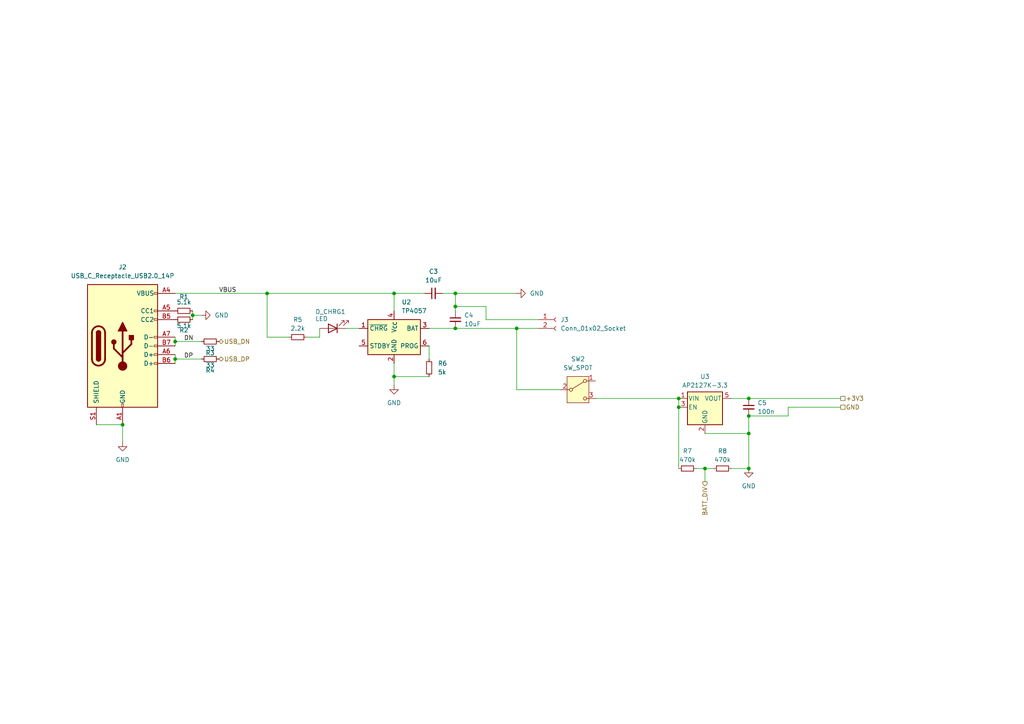
<source format=kicad_sch>
(kicad_sch (version 20231120) (generator "eeschema") (generator_version "8.0")
  (paper "A4")
  (lib_symbols
    (symbol "Battery_Management:TP4057"
      (property "Reference" "U" (at -6.35 6.604 0))
      (property "Value" "TP4057" (at 1.524 6.604 0))
      (symbol "TP4057_0_1"
        (rectangle (start -7.62 5.08) (end 7.62 -5.08) (stroke (width 0.254)) (fill (type background)))
      )
      (symbol "TP4057_1_1"
        (pin open_collector line (at -10.16 2.54 0) (length 2.54) (name "~{CHRG}") (number "1"))
        (pin power_in line (at 0 -7.62 90) (length 2.54) (name "GND") (number "2"))
        (pin power_out line (at 10.16 2.54 180) (length 2.54) (name "BAT") (number "3"))
        (pin power_in line (at 0 7.62 270) (length 2.54) (name "V_{CC}") (number "4"))
        (pin open_collector line (at -10.16 -2.54 0) (length 2.54) (name "STDBY") (number "5"))
        (pin passive line (at 10.16 -2.54 180) (length 2.54) (name "PROG") (number "6"))
      )
    )
    (symbol "Connector:Conn_01x02_Socket" (pin_names (offset 1.016) hide)
      (property "Reference" "J" (at 0 2.54 0))
      (property "Value" "Conn_01x02_Socket" (at 0 -5.08 0))
      (symbol "Conn_01x02_Socket_1_1"
        (arc (start 0 -2.032) (mid -0.5058 -2.54) (end 0 -3.048) (stroke (width 0.1524)))
        (polyline (pts (xy -1.27 -2.54) (xy -0.508 -2.54)) (stroke (width 0.1524)))
        (polyline (pts (xy -1.27 0) (xy -0.508 0)) (stroke (width 0.1524)))
        (arc (start 0 0.508) (mid -0.5058 0) (end 0 -0.508) (stroke (width 0.1524)))
        (pin passive line (at -5.08 0 0) (length 3.81) (name "Pin_1") (number "1"))
        (pin passive line (at -5.08 -2.54 0) (length 3.81) (name "Pin_2") (number "2"))
      )
    )
    (symbol "Connector:USB_C_Receptacle_USB2.0_14P" (pin_names (offset 1.016))
      (property "Reference" "J" (at 0 22.225 0))
      (property "Value" "USB_C_Receptacle_USB2.0_14P" (at 0 19.685 0))
      (symbol "USB_C_Receptacle_USB2.0_14P_0_0"
        (rectangle (start -0.254 -17.78) (end 0.254 -16.764))
        (rectangle (start 10.16 -4.826) (end 9.144 -5.334))
        (rectangle (start 10.16 -2.286) (end 9.144 -2.794))
        (rectangle (start 10.16 0.254) (end 9.144 -0.254))
        (rectangle (start 10.16 2.794) (end 9.144 2.286))
        (rectangle (start 10.16 7.874) (end 9.144 7.366))
        (rectangle (start 10.16 10.414) (end 9.144 9.906))
        (rectangle (start 10.16 15.494) (end 9.144 14.986))
      )
      (symbol "USB_C_Receptacle_USB2.0_14P_0_1"
        (rectangle (start -10.16 17.78) (end 10.16 -17.78) (stroke (width 0.254)) (fill (type background)))
        (arc (start -8.89 -3.81) (mid -6.985 -5.7067) (end -5.08 -3.81) (stroke (width 0.508)))
        (arc (start -7.62 -3.81) (mid -6.985 -4.4423) (end -6.35 -3.81) (stroke (width 0.254)))
        (arc (start -7.62 -3.81) (mid -6.985 -4.4423) (end -6.35 -3.81) (stroke (width 0.254)) (fill (type outline)))
        (rectangle (start -7.62 -3.81) (end -6.35 3.81) (stroke (width 0.254)) (fill (type outline)))
        (arc (start -6.35 3.81) (mid -6.985 4.4423) (end -7.62 3.81) (stroke (width 0.254)))
        (arc (start -6.35 3.81) (mid -6.985 4.4423) (end -7.62 3.81) (stroke (width 0.254)) (fill (type outline)))
        (arc (start -5.08 3.81) (mid -6.985 5.7067) (end -8.89 3.81) (stroke (width 0.508)))
        (circle (center -2.54 1.143) (radius 0.635) (stroke (width 0.254)) (fill (type outline)))
        (circle (center 0 -5.842) (radius 1.27) (fill (type outline)))
        (polyline (pts (xy -8.89 -3.81) (xy -8.89 3.81)) (stroke (width 0.508)))
        (polyline (pts (xy -5.08 3.81) (xy -5.08 -3.81)) (stroke (width 0.508)))
        (polyline (pts (xy 0 -5.842) (xy 0 4.318)) (stroke (width 0.508)))
        (polyline (pts (xy 0 -3.302) (xy -2.54 -0.762) (xy -2.54 0.508)) (stroke (width 0.508)))
        (polyline (pts (xy 0 -2.032) (xy 2.54 0.508) (xy 2.54 1.778)) (stroke (width 0.508)))
        (polyline (pts (xy -1.27 4.318) (xy 0 6.858) (xy 1.27 4.318) (xy -1.27 4.318)) (stroke (width 0.254)) (fill (type outline)))
        (rectangle (start 1.905 1.778) (end 3.175 3.048) (stroke (width 0.254)) (fill (type outline)))
      )
      (symbol "USB_C_Receptacle_USB2.0_14P_1_1"
        (pin passive line (at 0 -22.86 90) (length 5.08) (name "GND") (number "A1"))
        (pin passive line (at 0 -22.86 90) (length 5.08) hide (name "GND") (number "A12"))
        (pin passive line (at 15.24 15.24 180) (length 5.08) (name "VBUS") (number "A4"))
        (pin bidirectional line (at 15.24 10.16 180) (length 5.08) (name "CC1") (number "A5"))
        (pin bidirectional line (at 15.24 -2.54 180) (length 5.08) (name "D+") (number "A6"))
        (pin bidirectional line (at 15.24 2.54 180) (length 5.08) (name "D-") (number "A7"))
        (pin passive line (at 15.24 15.24 180) (length 5.08) hide (name "VBUS") (number "A9"))
        (pin passive line (at 0 -22.86 90) (length 5.08) hide (name "GND") (number "B1"))
        (pin passive line (at 0 -22.86 90) (length 5.08) hide (name "GND") (number "B12"))
        (pin passive line (at 15.24 15.24 180) (length 5.08) hide (name "VBUS") (number "B4"))
        (pin bidirectional line (at 15.24 7.62 180) (length 5.08) (name "CC2") (number "B5"))
        (pin bidirectional line (at 15.24 -5.08 180) (length 5.08) (name "D+") (number "B6"))
        (pin bidirectional line (at 15.24 0 180) (length 5.08) (name "D-") (number "B7"))
        (pin passive line (at 15.24 15.24 180) (length 5.08) hide (name "VBUS") (number "B9"))
        (pin passive line (at -7.62 -22.86 90) (length 5.08) (name "SHIELD") (number "S1"))
      )
    )
    (symbol "Device:C_Small" (pin_numbers hide) (pin_names (offset 0.254) hide)
      (property "Reference" "C" (at 0.254 1.778 0))
      (property "Value" "C_Small" (at 0.254 -2.032 0))
      (symbol "C_Small_0_1"
        (polyline (pts (xy -1.524 -0.508) (xy 1.524 -0.508)) (stroke (width 0.3302)))
        (polyline (pts (xy -1.524 0.508) (xy 1.524 0.508)) (stroke (width 0.3048)))
      )
      (symbol "C_Small_1_1"
        (pin passive line (at 0 2.54 270) (length 2.032) (name "~") (number "1"))
        (pin passive line (at 0 -2.54 90) (length 2.032) (name "~") (number "2"))
      )
    )
    (symbol "Device:LED" (pin_numbers hide) (pin_names (offset 1.016) hide)
      (property "Reference" "D" (at 0 2.54 0))
      (property "Value" "LED" (at 0 -2.54 0))
      (symbol "LED_0_1"
        (polyline (pts (xy -1.27 -1.27) (xy -1.27 1.27)) (stroke (width 0.254)))
        (polyline (pts (xy -1.27 0) (xy 1.27 0)))
        (polyline (pts (xy 1.27 -1.27) (xy 1.27 1.27) (xy -1.27 0) (xy 1.27 -1.27)) (stroke (width 0.254)))
        (polyline (pts (xy -3.048 -0.762) (xy -4.572 -2.286) (xy -3.81 -2.286) (xy -4.572 -2.286) (xy -4.572 -1.524)))
        (polyline (pts (xy -1.778 -0.762) (xy -3.302 -2.286) (xy -2.54 -2.286) (xy -3.302 -2.286) (xy -3.302 -1.524)))
      )
      (symbol "LED_1_1"
        (pin passive line (at -3.81 0 0) (length 2.54) (name "K") (number "1"))
        (pin passive line (at 3.81 0 180) (length 2.54) (name "A") (number "2"))
      )
    )
    (symbol "Device:R_Small" (pin_numbers hide) (pin_names (offset 0.254) hide)
      (property "Reference" "R" (at 0.762 0.508 0))
      (property "Value" "R_Small" (at 0.762 -1.016 0))
      (symbol "R_Small_0_1"
        (rectangle (start -0.762 1.778) (end 0.762 -1.778) (stroke (width 0.2032)))
      )
      (symbol "R_Small_1_1"
        (pin passive line (at 0 2.54 270) (length 0.762) (name "~") (number "1"))
        (pin passive line (at 0 -2.54 90) (length 0.762) (name "~") (number "2"))
      )
    )
    (symbol "Regulator_Linear:AP2127K-3.3" (pin_names (offset 0.254))
      (property "Reference" "U" (at -5.08 5.715 0))
      (property "Value" "AP2127K-3.3" (at 0 5.715 0))
      (symbol "AP2127K-3.3_0_1"
        (rectangle (start -5.08 4.445) (end 5.08 -5.08) (stroke (width 0.254)) (fill (type background)))
      )
      (symbol "AP2127K-3.3_1_1"
        (pin power_in line (at -7.62 2.54 0) (length 2.54) (name "VIN") (number "1"))
        (pin power_in line (at 0 -7.62 90) (length 2.54) (name "GND") (number "2"))
        (pin input line (at -7.62 0 0) (length 2.54) (name "EN") (number "3"))
        (pin no_connect line (at 5.08 0 180) (length 2.54) hide (name "NC") (number "4"))
        (pin power_out line (at 7.62 2.54 180) (length 2.54) (name "VOUT") (number "5"))
      )
    )
    (symbol "Switch:SW_SPDT" (pin_names (offset 0) hide)
      (property "Reference" "SW" (at 0 5.08 0))
      (property "Value" "SW_SPDT" (at 0 -5.08 0))
      (symbol "SW_SPDT_0_1"
        (circle (center -2.032 0) (radius 0.4572))
        (polyline (pts (xy -1.651 0.254) (xy 1.651 2.286)))
        (circle (center 2.032 -2.54) (radius 0.4572))
        (circle (center 2.032 2.54) (radius 0.4572))
      )
      (symbol "SW_SPDT_1_1"
        (rectangle (start -3.175 3.81) (end 3.175 -3.81) (fill (type background)))
        (pin passive line (at 5.08 2.54 180) (length 2.54) (name "A") (number "1"))
        (pin passive line (at -5.08 0 0) (length 2.54) (name "B") (number "2"))
        (pin passive line (at 5.08 -2.54 180) (length 2.54) (name "C") (number "3"))
      )
    )
    (symbol "power:GND" (power) (pin_numbers hide) (pin_names (offset 0) hide)
      (property "Value" "GND" (at 0 -3.81 0))
      (symbol "GND_0_1"
        (polyline (pts (xy 0 0) (xy 0 -1.27) (xy 1.27 -1.27) (xy 0 -2.54) (xy -1.27 -1.27) (xy 0 -1.27)))
      )
      (symbol "GND_1_1"
        (pin power_in line (at 0 0 270) (length 0) (name "~") (number "1"))
      )
    )
  )
  (junction (at 50.8 99.06))
  (junction (at 35.56 123.19))
  (junction (at 149.86 95.25))
  (junction (at 217.17 135.89))
  (junction (at 114.3 85.09))
  (junction (at 217.17 125.73))
  (junction (at 77.47 85.09))
  (junction (at 217.17 120.65))
  (junction (at 204.47 135.89))
  (junction (at 114.3 109.22))
  (junction (at 132.08 85.09))
  (junction (at 196.85 118.11))
  (junction (at 217.17 115.57))
  (junction (at 132.08 95.25))
  (junction (at 50.8 104.14))
  (junction (at 55.88 91.44))
  (junction (at 132.08 88.9))
  (junction (at 196.85 115.57))
  (wire (pts (xy 124.46 95.25) (xy 132.08 95.25)))
  (wire (pts (xy 201.93 135.89) (xy 204.47 135.89)))
  (wire (pts (xy 50.8 104.14) (xy 50.8 105.41)))
  (wire (pts (xy 217.17 115.57) (xy 243.84 115.57)))
  (wire (pts (xy 114.3 90.17) (xy 114.3 85.09)))
  (wire (pts (xy 162.56 113.03) (xy 149.86 113.03)))
  (wire (pts (xy 50.8 102.87) (xy 50.8 104.14)))
  (wire (pts (xy 35.56 123.19) (xy 35.56 128.27)))
  (wire (pts (xy 114.3 105.41) (xy 114.3 109.22)))
  (wire (pts (xy 132.08 95.25) (xy 149.86 95.25)))
  (wire (pts (xy 212.09 135.89) (xy 217.17 135.89)))
  (wire (pts (xy 140.97 92.71) (xy 140.97 88.9)))
  (wire (pts (xy 149.86 113.03) (xy 149.86 95.25)))
  (wire (pts (xy 58.42 104.14) (xy 50.8 104.14)))
  (wire (pts (xy 92.71 97.79) (xy 92.71 95.25)))
  (wire (pts (xy 100.33 95.25) (xy 104.14 95.25)))
  (wire (pts (xy 243.84 118.11) (xy 228.6 118.11)))
  (wire (pts (xy 149.86 95.25) (xy 156.21 95.25)))
  (wire (pts (xy 217.17 125.73) (xy 217.17 135.89)))
  (wire (pts (xy 50.8 97.79) (xy 50.8 99.06)))
  (wire (pts (xy 228.6 118.11) (xy 228.6 120.65)))
  (wire (pts (xy 88.9 97.79) (xy 92.71 97.79)))
  (wire (pts (xy 228.6 120.65) (xy 217.17 120.65)))
  (wire (pts (xy 128.27 85.09) (xy 132.08 85.09)))
  (wire (pts (xy 196.85 135.89) (xy 196.85 118.11)))
  (wire (pts (xy 55.88 90.17) (xy 55.88 91.44)))
  (wire (pts (xy 196.85 115.57) (xy 196.85 118.11)))
  (wire (pts (xy 204.47 135.89) (xy 207.01 135.89)))
  (wire (pts (xy 212.09 115.57) (xy 217.17 115.57)))
  (wire (pts (xy 132.08 85.09) (xy 132.08 88.9)))
  (wire (pts (xy 114.3 109.22) (xy 114.3 111.76)))
  (wire (pts (xy 114.3 109.22) (xy 124.46 109.22)))
  (wire (pts (xy 27.94 123.19) (xy 35.56 123.19)))
  (wire (pts (xy 172.72 115.57) (xy 196.85 115.57)))
  (wire (pts (xy 124.46 100.33) (xy 124.46 104.14)))
  (wire (pts (xy 156.21 92.71) (xy 140.97 92.71)))
  (wire (pts (xy 114.3 85.09) (xy 123.19 85.09)))
  (wire (pts (xy 217.17 125.73) (xy 217.17 120.65)))
  (wire (pts (xy 140.97 88.9) (xy 132.08 88.9)))
  (wire (pts (xy 50.8 99.06) (xy 50.8 100.33)))
  (wire (pts (xy 132.08 88.9) (xy 132.08 90.17)))
  (wire (pts (xy 132.08 85.09) (xy 149.86 85.09)))
  (wire (pts (xy 58.42 99.06) (xy 50.8 99.06)))
  (wire (pts (xy 77.47 97.79) (xy 77.47 85.09)))
  (wire (pts (xy 204.47 125.73) (xy 217.17 125.73)))
  (wire (pts (xy 55.88 91.44) (xy 58.42 91.44)))
  (wire (pts (xy 77.47 85.09) (xy 114.3 85.09)))
  (wire (pts (xy 204.47 135.89) (xy 204.47 139.7)))
  (wire (pts (xy 50.8 85.09) (xy 77.47 85.09)))
  (wire (pts (xy 83.82 97.79) (xy 77.47 97.79)))
  (wire (pts (xy 55.88 92.71) (xy 55.88 91.44)))
  (label "DP" (at 53.34 104.14 0))
  (label "DN" (at 53.34 99.06 0))
  (label "VBUS" (at 63.5 85.09 0))
  (hierarchical_label "USB_DP" (shape bidirectional) (at 63.5 104.14 0))
  (hierarchical_label "GND" (shape passive) (at 243.84 118.11 0))
  (hierarchical_label "+3V3" (shape passive) (at 243.84 115.57 0))
  (hierarchical_label "USB_DN" (shape bidirectional) (at 63.5 99.06 0))
  (hierarchical_label "BATT_DIV" (shape output) (at 204.47 139.7 270))
  (symbol (lib_id "Device:LED") (at 96.52 95.25 180) (unit 1)
    (property "Reference" "D_CHRG1" (at 91.44 90.424 0) (effects (justify right)))
    (property "Value" "LED" (at 91.44 92.456 0) (effects (justify right)))
    (property "Footprint" "LED_SMD:LED_0603_1608Metric" (effects (hide yes)))
    (property "Description" "Light emitting diode" (effects (hide yes)))
  )
  (symbol (lib_id "Switch:SW_SPDT") (at 167.64 113.03 0) (unit 1)
    (property "Reference" "SW2" (at 167.64 104.14 0))
    (property "Value" "SW_SPDT" (at 167.64 106.68 0))
    (property "Footprint" "Button_Switch_SMD:SW_SPDT_PCM12" (effects (hide yes)))
    (property "Description" "Switch, single pole double throw" (effects (hide yes)))
  )
  (symbol (lib_id "power:GND") (at 114.3 111.76 0) (unit 1)
    (property "Reference" "#PWR012" (effects (hide yes)))
    (property "Value" "GND" (at 114.3 116.84 0))
    (property "Description" "Power symbol creates a global label with name \"GND\" , ground" (effects (hide yes)))
  )
  (symbol (lib_id "Device:C_Small") (at 217.17 118.11 0) (unit 1)
    (property "Reference" "C5" (at 219.71 116.8462 0) (effects (justify left)))
    (property "Value" "100n" (at 219.71 119.3862 0) (effects (justify left)))
    (property "Footprint" "Capacitor_SMD:C_0402_1005Metric" (effects (hide yes)))
    (property "Description" "Unpolarized capacitor, small symbol" (effects (hide yes)))
  )
  (symbol (lib_id "Connector:USB_C_Receptacle_USB2.0_14P") (at 35.56 100.33 0) (unit 1)
    (property "Reference" "J2" (at 35.56 77.47 0))
    (property "Value" "USB_C_Receptacle_USB2.0_14P" (at 35.56 80.01 0))
    (property "Footprint" "Connector_USB:USB_C_Receptacle_G-Switch_GT-USB-7010ASV" (effects (hide yes)))
    (property "Datasheet" "https://www.usb.org/sites/default/files/documents/usb_type-c.zip" (effects (hide yes)))
    (property "Description" "USB 2.0-only 14P Type-C Receptacle connector" (effects (hide yes)))
  )
  (symbol (lib_id "power:GND") (at 217.17 135.89 0) (unit 1)
    (property "Reference" "#PWR014" (effects (hide yes)))
    (property "Value" "GND" (at 217.17 140.97 0))
    (property "Description" "Power symbol creates a global label with name \"GND\" , ground" (effects (hide yes)))
  )
  (symbol (lib_id "Connector:Conn_01x02_Socket") (at 161.29 92.71 0) (unit 1)
    (property "Reference" "J3" (at 162.56 92.7099 0) (effects (justify left)))
    (property "Value" "Conn_01x02_Socket" (at 162.56 95.2499 0) (effects (justify left)))
    (property "Footprint" "Connector_JST:JST_ACH_BM02B-ACHSS-GAN-ETF_1x02-1MP_P1.20mm_Vertical" (effects (hide yes)))
    (property "Description" "Generic connector, single row, 01x02, script generated" (effects (hide yes)))
  )
  (symbol (lib_id "Device:R_Small") (at 209.55 135.89 90) (unit 1)
    (property "Reference" "R8" (at 209.55 130.81 90))
    (property "Value" "470k" (at 209.55 133.35 90))
    (property "Footprint" "Resistor_SMD:R_0402_1005Metric" (effects (hide yes)))
    (property "Description" "Resistor, small symbol" (effects (hide yes)))
  )
  (symbol (lib_id "power:GND") (at 58.42 91.44 90) (unit 1)
    (property "Reference" "#PWR011" (effects (hide yes)))
    (property "Value" "GND" (at 62.23 91.4399 90) (effects (justify right)))
    (property "Description" "Power symbol creates a global label with name \"GND\" , ground" (effects (hide yes)))
  )
  (symbol (lib_id "Device:R_Small") (at 60.96 99.06 270) (unit 1)
    (property "Reference" "R3" (at 60.96 102.362 90))
    (property "Value" "33" (at 60.96 101.092 90))
    (property "Footprint" "Resistor_SMD:R_0402_1005Metric" (effects (hide yes)))
    (property "Description" "Resistor, small symbol" (effects (hide yes)))
  )
  (symbol (lib_id "Device:R_Small") (at 86.36 97.79 90) (unit 1)
    (property "Reference" "R5" (at 86.36 92.71 90))
    (property "Value" "2.2k" (at 86.36 95.25 90))
    (property "Footprint" "Resistor_SMD:R_0402_1005Metric" (effects (hide yes)))
    (property "Description" "Resistor, small symbol" (effects (hide yes)))
  )
  (symbol (lib_id "Device:R_Small") (at 124.46 106.68 0) (unit 1)
    (property "Reference" "R6" (at 127 105.4099 0) (effects (justify left)))
    (property "Value" "5k" (at 127 107.9499 0) (effects (justify left)))
    (property "Footprint" "Resistor_SMD:R_0402_1005Metric" (effects (hide yes)))
    (property "Description" "Resistor, small symbol" (effects (hide yes)))
  )
  (symbol (lib_id "power:GND") (at 149.86 85.09 90) (unit 1)
    (property "Reference" "#PWR013" (effects (hide yes)))
    (property "Value" "GND" (at 153.67 85.0899 90) (effects (justify right)))
    (property "Description" "Power symbol creates a global label with name \"GND\" , ground" (effects (hide yes)))
  )
  (symbol (lib_id "Battery_Management:TP4057") (at 114.3 97.79 0) (unit 1)
    (property "Reference" "U2" (at 116.4941 87.63 0) (effects (justify left)))
    (property "Value" "TP4057" (at 116.4941 90.17 0) (effects (justify left)))
    (property "Footprint" "Package_TO_SOT_SMD:TSOT-23-6" (effects (hide yes)))
    (property "Datasheet" "http://toppwr.com/uploadfile/file/20230304/640302a47b738.pdf" (effects (hide yes)))
    (property "Description" "Constant-current/constant-voltage linear charger for single cell lithium-ion batteries with 2.9V Trickle Charge, 4.5V to 6.5V VDD, -40 to +85 degree Celsius, TSOT-23-5" (effects (hide yes)))
  )
  (symbol (lib_id "Device:C_Small") (at 132.08 92.71 0) (unit 1)
    (property "Reference" "C4" (at 134.62 91.4462 0) (effects (justify left)))
    (property "Value" "10uF" (at 134.62 93.9862 0) (effects (justify left)))
    (property "Footprint" "Capacitor_SMD:C_0402_1005Metric" (effects (hide yes)))
    (property "Description" "Unpolarized capacitor, small symbol" (effects (hide yes)))
  )
  (symbol (lib_id "Device:R_Small") (at 53.34 92.71 270) (unit 1)
    (property "Reference" "R2" (at 53.34 95.758 90))
    (property "Value" "5.1k" (at 53.34 94.488 90))
    (property "Footprint" "Resistor_SMD:R_0402_1005Metric" (effects (hide yes)))
    (property "Description" "Resistor, small symbol" (effects (hide yes)))
  )
  (symbol (lib_id "Device:R_Small") (at 53.34 90.17 270) (unit 1)
    (property "Reference" "R1" (at 53.34 86.106 90))
    (property "Value" "5.1k" (at 53.34 87.63 90))
    (property "Footprint" "Resistor_SMD:R_0402_1005Metric" (effects (hide yes)))
    (property "Description" "Resistor, small symbol" (effects (hide yes)))
  )
  (symbol (lib_id "Regulator_Linear:AP2127K-3.3") (at 204.47 118.11 0) (unit 1)
    (property "Reference" "U3" (at 204.47 109.22 0))
    (property "Value" "AP2127K-3.3" (at 204.47 111.76 0))
    (property "Footprint" "Package_TO_SOT_SMD:SOT-23-5" (effects (hide yes)))
    (property "Datasheet" "https://www.diodes.com/assets/Datasheets/AP2127.pdf" (effects (hide yes)))
    (property "Description" "300mA low dropout linear regulator, shutdown pin, 2.5V-6V input voltage, 3.3V fixed positive output, SOT-23-5" (effects (hide yes)))
  )
  (symbol (lib_id "Device:C_Small") (at 125.73 85.09 90) (unit 1)
    (property "Reference" "C3" (at 125.7363 78.74 90))
    (property "Value" "10uF" (at 125.7363 81.28 90))
    (property "Footprint" "Capacitor_SMD:C_0402_1005Metric" (effects (hide yes)))
    (property "Description" "Unpolarized capacitor, small symbol" (effects (hide yes)))
  )
  (symbol (lib_id "power:GND") (at 35.56 128.27 0) (unit 1)
    (property "Reference" "#PWR010" (effects (hide yes)))
    (property "Value" "GND" (at 35.56 133.35 0))
    (property "Description" "Power symbol creates a global label with name \"GND\" , ground" (effects (hide yes)))
  )
  (symbol (lib_id "Device:R_Small") (at 60.96 104.14 270) (unit 1)
    (property "Reference" "R4" (at 60.96 107.442 90))
    (property "Value" "33" (at 60.96 105.918 90))
    (property "Footprint" "Resistor_SMD:R_0402_1005Metric" (effects (hide yes)))
    (property "Description" "Resistor, small symbol" (effects (hide yes)))
  )
  (symbol (lib_id "Device:R_Small") (at 199.39 135.89 90) (unit 1)
    (property "Reference" "R7" (at 199.39 130.81 90))
    (property "Value" "470k" (at 199.39 133.35 90))
    (property "Footprint" "Resistor_SMD:R_0402_1005Metric" (effects (hide yes)))
    (property "Description" "Resistor, small symbol" (effects (hide yes)))
  )
)
</source>
